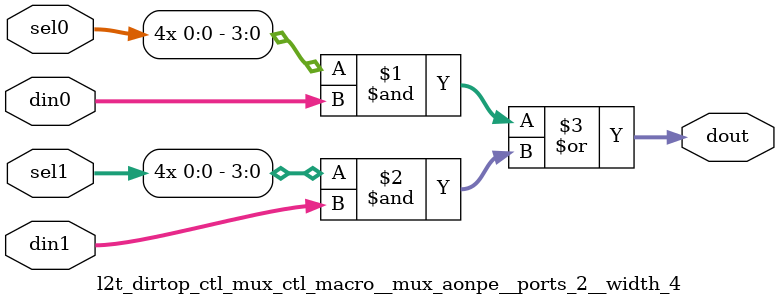
<source format=v>
module l2t_dirtop_ctl (
  l2clk, 
  scan_in, 
  scan_out, 
  tcu_pce_ov, 
  tcu_aclk, 
  tcu_bclk, 
  tcu_scan_en, 
  dir_rd_data_en_c4, 
  dir_wr_data_en_c4, 
  dir_cam_en_c4, 
  dir_rw_entry_c4, 
  dir_inval_mask_c4, 
  dir_warm_rst_c4, 
  dirlbf_lkup_wr_data_c4_buf, 
  dirlbf_force_hit_c4, 
  arb_force_hit_c4, 
  select_panel0, 
  select_panel1, 
  select_panel2, 
  select_panel3, 
  l2t_mb0_run, 
  l2t_mb0_mask, 
  l2t_mb0_addr, 
  l2t_mb0_row_panel_en, 
  l2t_mb0_row_row_en, 
  l2t_mb0_row_lookup_en, 
  l2t_mb0_lookup_wdata, 
  l2t_mb0_row_wr_en, 
  l2t_mb0_row_rd_en, 
  ic_dc_dir, 
  arbadr_arbdp_addr4_c4, 
  dirrep_rd_en_c4, 
  dirrep_wr_en_c4, 
  addr_index_bit5, 
  dirrep_inval_mask_c4, 
  dirrep_rdwr_row_en_c4, 
  dirrep_lkup_row_dec_c4, 
  dirrep_lkup_panel_dec_c4, 
  dirrep_rdwr_panel_dec_c4, 
  dirrep_rw_entry_c4, 
  lkup_wr_data_c4, 
  dir_clear_c4);
wire pce_ov;
wire stop;
wire siclk;
wire soclk;
wire se;
wire l1clk;
wire ic_ctl_0145_scanin;
wire ic_ctl_0145_scanout;
wire [3:0] ic_lkup_en_c4_buf_row0;
wire [7:0] ic_inv_mask_c4_buf_row0;
wire [3:0] ic_rw_dec_c4_buf_row0;
wire ic_rd_en_c4_buf_row0;
wire ic_wr_en_c4_buf_row0;
wire [5:0] ic_rw_entry_c4_buf_row0;
wire ic_dir_clear_c4_buf_row0;
wire ic_buf_row0_scanin;
wire ic_buf_row0_scanout;


input           l2clk;
input           scan_in;
output          scan_out;

input 		tcu_pce_ov;
input 		tcu_aclk;
input 		tcu_bclk;
input 		tcu_scan_en;

output	[3:0]	dir_rd_data_en_c4;
output	[3:0]   dir_wr_data_en_c4;
output	[3:0]   dir_cam_en_c4;
output	[5:0]   dir_rw_entry_c4;
output	[7:0]   dir_inval_mask_c4;
output		dir_warm_rst_c4;
output	[15:0]	dirlbf_lkup_wr_data_c4_buf;
output		dirlbf_force_hit_c4;
input		arb_force_hit_c4;

output		select_panel0;
output		select_panel1;
output		select_panel2;
output		select_panel3;


input           l2t_mb0_run;
input   [7:0]   l2t_mb0_mask;
input   [5:0]   l2t_mb0_addr;
input   [3:0]   l2t_mb0_row_panel_en;
input      	l2t_mb0_row_row_en;
input   [3:0]   l2t_mb0_row_lookup_en;
input   [15:0]  l2t_mb0_lookup_wdata;
input           l2t_mb0_row_wr_en;
input           l2t_mb0_row_rd_en;


input		ic_dc_dir;
input		arbadr_arbdp_addr4_c4;
input		dirrep_rd_en_c4;
input		dirrep_wr_en_c4;
input		addr_index_bit5;
input	[7:0]	dirrep_inval_mask_c4;
input	[1:0]	dirrep_rdwr_row_en_c4;
input	[1:0]	dirrep_lkup_row_dec_c4;
input	[3:0]	dirrep_lkup_panel_dec_c4;
input	[3:0]	dirrep_rdwr_panel_dec_c4;
input	[5:0]	dirrep_rw_entry_c4;
input	[14:0]	lkup_wr_data_c4;
input		dir_clear_c4;


//////////////////////////////////////////////////
// L1 clk header
//////////////////////////////////////////////////
assign pce_ov = tcu_pce_ov;
assign stop = 1'b0;
assign siclk = tcu_aclk;
assign soclk = tcu_bclk;
assign se = tcu_scan_en;

l2t_dirtop_ctl_l1clkhdr_ctl_macro clkgen (
        .l2clk(l2clk),
        .l1en(1'b1 ),
        .l1clk(l1clk),
  .pce_ov(pce_ov),
  .stop(stop),
  .se(se));

//////////////////////////////////////////

l2t_dir_ctl     dir_ctl_0145( 
        .aclk(siclk),
        .bclk(soclk),
        .scan_in(ic_ctl_0145_scanin),
        .scan_out(ic_ctl_0145_scanout),
        .l1clk    (l1clk), 
        // Outputs 
        .dir_rd_data_en_c4(dir_rd_data_en_c4[3:0]), // to cam
        .dir_wr_data_en_c4(dir_wr_data_en_c4[3:0]),// to cam
        .dir_cam_en_c4    (dir_cam_en_c4[3:0]),// to cam
        .dir_rw_entry_c4  (dir_rw_entry_c4[5:0]),// to cam
        .dir_inval_mask_c4(dir_inval_mask_c4[7:0]),// to cam
        .dir_warm_rst_c4  (dir_warm_rst_c4),    // to cam
        .select_panel0(select_panel0),	// to dirout
        .select_panel1(select_panel1),// to dirout
        .select_panel2(select_panel2),// to dirout
        .select_panel3(select_panel3),// to dirout
        // Inputs 
        .dirlbf_lkup_en_c4_buf(ic_lkup_en_c4_buf_row0[3:0]),
        .dirlbf_inval_mask_c4_buf(ic_inv_mask_c4_buf_row0[7:0]),
        .dirlbf_rw_dec_c4_buf(ic_rw_dec_c4_buf_row0[3:0]),
        .dirlbf_rd_en_c4_buf (ic_rd_en_c4_buf_row0), 
        .dirlbf_wr_en_c4_buf (ic_wr_en_c4_buf_row0),
        .dirlbf_rw_entry_c4_buf(ic_rw_entry_c4_buf_row0[5:0]), 
        .dirlbf_dir_clear_c4_buf(ic_dir_clear_c4_buf_row0),
  .l2t_mb0_run(l2t_mb0_run));


//l2t_dirlbf_dp   ic_buf_row0     ( 
l2t_dirbuf_ctl   buf_row0     ( 
          // Outputs 
           .dirlbf_lkup_wr_data_c4_buf(dirlbf_lkup_wr_data_c4_buf[15:0]),
           .dirlbf_lkup_en_c4_buf(ic_lkup_en_c4_buf_row0[3:0]),
           .dirlbf_inval_mask_c4_buf(ic_inv_mask_c4_buf_row0[7:0]),
           .dirlbf_rw_dec_c4_buf(ic_rw_dec_c4_buf_row0[3:0]), 
           .dirlbf_rd_en_c4_buf(ic_rd_en_c4_buf_row0), 
           .dirlbf_wr_en_c4_buf(ic_wr_en_c4_buf_row0), 
           .dirlbf_rw_entry_c4_buf(ic_rw_entry_c4_buf_row0[5:0]), 
           .dirlbf_dir_clear_c4_buf(ic_dir_clear_c4_buf_row0),   
           .dirlbf_force_hit_c4 (dirlbf_force_hit_c4),
          // Inputs 
        	.aclk(siclk),
        	.bclk(soclk),
        	.scan_in(ic_buf_row0_scanin),
        	.scan_out(ic_buf_row0_scanout),
        	.l1clk    (l1clk),
           .l2t_mb0_run                 (l2t_mb0_run),
           .l2t_mb0_mask                (l2t_mb0_mask[7:0]),
           .l2t_mb0_addr                (l2t_mb0_addr[5:0]),
           .l2t_mb0_lookup_wdata         (l2t_mb0_lookup_wdata[15:0]),
           .l2t_mb0_row_wr_en            (l2t_mb0_row_wr_en),
           .l2t_mb0_row_rd_en            (l2t_mb0_row_rd_en),
           .l2t_mb0_row_lookup_en        (l2t_mb0_row_lookup_en[3:0]),
           .l2t_mb0_row_row_en           (l2t_mb0_row_row_en),
           .l2t_mb0_row_panel_en         (l2t_mb0_row_panel_en[3:0]),
          .arb_force_hit_c4 	(arb_force_hit_c4),
          .ic_dc_dir (ic_dc_dir),
          .arbadr_arbdp_addr4_c4 (arbadr_arbdp_addr4_c4),
          .rd_en_c4  (dirrep_rd_en_c4),           
          .wr_en_c4  (dirrep_wr_en_c4),           
          .addr_index_bit5  (addr_index_bit5),           
          .dir_inval_mask_c4(dirrep_inval_mask_c4[7:0]), 
          .rw_row_en_c4(dirrep_rdwr_row_en_c4[1:0]), 
          .rw_panel_en_c4(dirrep_rdwr_panel_dec_c4[3:0]), 
          .dir_rw_entry_c4(dirrep_rw_entry_c4[5:0]),
          .lkup_row_en_c4(dirrep_lkup_row_dec_c4[1:0]), 
          .lkup_panel_en_c4(dirrep_lkup_panel_dec_c4[3:0]), 
          .lkup_wr_data_c4(lkup_wr_data_c4[14:0]),
          .dir_clear_c4(dir_clear_c4)
	);     

// fixscan start:
assign ic_ctl_0145_scanin        = scan_in                  ;
assign ic_buf_row0_scanin        = ic_ctl_0145_scanout      ;
assign scan_out                  = ic_buf_row0_scanout      ;
// fixscan end:
endmodule






// any PARAMS parms go into naming of macro

module l2t_dirtop_ctl_l1clkhdr_ctl_macro (
  l2clk, 
  l1en, 
  pce_ov, 
  stop, 
  se, 
  l1clk);


  input l2clk;
  input l1en;
  input pce_ov;
  input stop;
  input se;
  output l1clk;



 

cl_sc1_l1hdr_8x c_0 (


   .l2clk(l2clk),
   .pce(l1en),
   .l1clk(l1clk),
  .se(se),
  .pce_ov(pce_ov),
  .stop(stop)
);



endmodule






//  Description:        Spare gate macro for control blocks
//
//  Param num controls the number of times the macro is added
//  flops=0 can be used to use only combination spare logic


module l2t_dirtop_ctl_spare_ctl_macro__num_4 (
  l1clk, 
  scan_in, 
  siclk, 
  soclk, 
  scan_out);
wire si_0;
wire so_0;
wire spare0_flop_unused;
wire spare0_buf_32x_unused;
wire spare0_nand3_8x_unused;
wire spare0_inv_8x_unused;
wire spare0_aoi22_4x_unused;
wire spare0_buf_8x_unused;
wire spare0_oai22_4x_unused;
wire spare0_inv_16x_unused;
wire spare0_nand2_16x_unused;
wire spare0_nor3_4x_unused;
wire spare0_nand2_8x_unused;
wire spare0_buf_16x_unused;
wire spare0_nor2_16x_unused;
wire spare0_inv_32x_unused;
wire si_1;
wire so_1;
wire spare1_flop_unused;
wire spare1_buf_32x_unused;
wire spare1_nand3_8x_unused;
wire spare1_inv_8x_unused;
wire spare1_aoi22_4x_unused;
wire spare1_buf_8x_unused;
wire spare1_oai22_4x_unused;
wire spare1_inv_16x_unused;
wire spare1_nand2_16x_unused;
wire spare1_nor3_4x_unused;
wire spare1_nand2_8x_unused;
wire spare1_buf_16x_unused;
wire spare1_nor2_16x_unused;
wire spare1_inv_32x_unused;
wire si_2;
wire so_2;
wire spare2_flop_unused;
wire spare2_buf_32x_unused;
wire spare2_nand3_8x_unused;
wire spare2_inv_8x_unused;
wire spare2_aoi22_4x_unused;
wire spare2_buf_8x_unused;
wire spare2_oai22_4x_unused;
wire spare2_inv_16x_unused;
wire spare2_nand2_16x_unused;
wire spare2_nor3_4x_unused;
wire spare2_nand2_8x_unused;
wire spare2_buf_16x_unused;
wire spare2_nor2_16x_unused;
wire spare2_inv_32x_unused;
wire si_3;
wire so_3;
wire spare3_flop_unused;
wire spare3_buf_32x_unused;
wire spare3_nand3_8x_unused;
wire spare3_inv_8x_unused;
wire spare3_aoi22_4x_unused;
wire spare3_buf_8x_unused;
wire spare3_oai22_4x_unused;
wire spare3_inv_16x_unused;
wire spare3_nand2_16x_unused;
wire spare3_nor3_4x_unused;
wire spare3_nand2_8x_unused;
wire spare3_buf_16x_unused;
wire spare3_nor2_16x_unused;
wire spare3_inv_32x_unused;


input		l1clk;
input		scan_in;
input		siclk;
input		soclk;
output		scan_out;

cl_sc1_msff_8x spare0_flop (.l1clk(l1clk),
                               .siclk(siclk),
                               .soclk(soclk),
                               .si(si_0),
                               .so(so_0),
                               .d(1'b0),
                               .q(spare0_flop_unused));
assign si_0 = scan_in;

cl_u1_buf_32x   spare0_buf_32x (.in(1'b1),
                                   .out(spare0_buf_32x_unused));
cl_u1_nand3_8x spare0_nand3_8x (.in0(1'b1),
                                   .in1(1'b1),
                                   .in2(1'b1),
                                   .out(spare0_nand3_8x_unused));
cl_u1_inv_8x    spare0_inv_8x (.in(1'b1),
                                  .out(spare0_inv_8x_unused));
cl_u1_aoi22_4x spare0_aoi22_4x (.in00(1'b1),
                                   .in01(1'b1),
                                   .in10(1'b1),
                                   .in11(1'b1),
                                   .out(spare0_aoi22_4x_unused));
cl_u1_buf_8x    spare0_buf_8x (.in(1'b1),
                                  .out(spare0_buf_8x_unused));
cl_u1_oai22_4x spare0_oai22_4x (.in00(1'b1),
                                   .in01(1'b1),
                                   .in10(1'b1),
                                   .in11(1'b1),
                                   .out(spare0_oai22_4x_unused));
cl_u1_inv_16x   spare0_inv_16x (.in(1'b1),
                                   .out(spare0_inv_16x_unused));
cl_u1_nand2_16x spare0_nand2_16x (.in0(1'b1),
                                     .in1(1'b1),
                                     .out(spare0_nand2_16x_unused));
cl_u1_nor3_4x spare0_nor3_4x (.in0(1'b0),
                                 .in1(1'b0),
                                 .in2(1'b0),
                                 .out(spare0_nor3_4x_unused));
cl_u1_nand2_8x spare0_nand2_8x (.in0(1'b1),
                                   .in1(1'b1),
                                   .out(spare0_nand2_8x_unused));
cl_u1_buf_16x   spare0_buf_16x (.in(1'b1),
                                   .out(spare0_buf_16x_unused));
cl_u1_nor2_16x spare0_nor2_16x (.in0(1'b0),
                                   .in1(1'b0),
                                   .out(spare0_nor2_16x_unused));
cl_u1_inv_32x   spare0_inv_32x (.in(1'b1),
                                   .out(spare0_inv_32x_unused));

cl_sc1_msff_8x spare1_flop (.l1clk(l1clk),
                               .siclk(siclk),
                               .soclk(soclk),
                               .si(si_1),
                               .so(so_1),
                               .d(1'b0),
                               .q(spare1_flop_unused));
assign si_1 = so_0;

cl_u1_buf_32x   spare1_buf_32x (.in(1'b1),
                                   .out(spare1_buf_32x_unused));
cl_u1_nand3_8x spare1_nand3_8x (.in0(1'b1),
                                   .in1(1'b1),
                                   .in2(1'b1),
                                   .out(spare1_nand3_8x_unused));
cl_u1_inv_8x    spare1_inv_8x (.in(1'b1),
                                  .out(spare1_inv_8x_unused));
cl_u1_aoi22_4x spare1_aoi22_4x (.in00(1'b1),
                                   .in01(1'b1),
                                   .in10(1'b1),
                                   .in11(1'b1),
                                   .out(spare1_aoi22_4x_unused));
cl_u1_buf_8x    spare1_buf_8x (.in(1'b1),
                                  .out(spare1_buf_8x_unused));
cl_u1_oai22_4x spare1_oai22_4x (.in00(1'b1),
                                   .in01(1'b1),
                                   .in10(1'b1),
                                   .in11(1'b1),
                                   .out(spare1_oai22_4x_unused));
cl_u1_inv_16x   spare1_inv_16x (.in(1'b1),
                                   .out(spare1_inv_16x_unused));
cl_u1_nand2_16x spare1_nand2_16x (.in0(1'b1),
                                     .in1(1'b1),
                                     .out(spare1_nand2_16x_unused));
cl_u1_nor3_4x spare1_nor3_4x (.in0(1'b0),
                                 .in1(1'b0),
                                 .in2(1'b0),
                                 .out(spare1_nor3_4x_unused));
cl_u1_nand2_8x spare1_nand2_8x (.in0(1'b1),
                                   .in1(1'b1),
                                   .out(spare1_nand2_8x_unused));
cl_u1_buf_16x   spare1_buf_16x (.in(1'b1),
                                   .out(spare1_buf_16x_unused));
cl_u1_nor2_16x spare1_nor2_16x (.in0(1'b0),
                                   .in1(1'b0),
                                   .out(spare1_nor2_16x_unused));
cl_u1_inv_32x   spare1_inv_32x (.in(1'b1),
                                   .out(spare1_inv_32x_unused));

cl_sc1_msff_8x spare2_flop (.l1clk(l1clk),
                               .siclk(siclk),
                               .soclk(soclk),
                               .si(si_2),
                               .so(so_2),
                               .d(1'b0),
                               .q(spare2_flop_unused));
assign si_2 = so_1;

cl_u1_buf_32x   spare2_buf_32x (.in(1'b1),
                                   .out(spare2_buf_32x_unused));
cl_u1_nand3_8x spare2_nand3_8x (.in0(1'b1),
                                   .in1(1'b1),
                                   .in2(1'b1),
                                   .out(spare2_nand3_8x_unused));
cl_u1_inv_8x    spare2_inv_8x (.in(1'b1),
                                  .out(spare2_inv_8x_unused));
cl_u1_aoi22_4x spare2_aoi22_4x (.in00(1'b1),
                                   .in01(1'b1),
                                   .in10(1'b1),
                                   .in11(1'b1),
                                   .out(spare2_aoi22_4x_unused));
cl_u1_buf_8x    spare2_buf_8x (.in(1'b1),
                                  .out(spare2_buf_8x_unused));
cl_u1_oai22_4x spare2_oai22_4x (.in00(1'b1),
                                   .in01(1'b1),
                                   .in10(1'b1),
                                   .in11(1'b1),
                                   .out(spare2_oai22_4x_unused));
cl_u1_inv_16x   spare2_inv_16x (.in(1'b1),
                                   .out(spare2_inv_16x_unused));
cl_u1_nand2_16x spare2_nand2_16x (.in0(1'b1),
                                     .in1(1'b1),
                                     .out(spare2_nand2_16x_unused));
cl_u1_nor3_4x spare2_nor3_4x (.in0(1'b0),
                                 .in1(1'b0),
                                 .in2(1'b0),
                                 .out(spare2_nor3_4x_unused));
cl_u1_nand2_8x spare2_nand2_8x (.in0(1'b1),
                                   .in1(1'b1),
                                   .out(spare2_nand2_8x_unused));
cl_u1_buf_16x   spare2_buf_16x (.in(1'b1),
                                   .out(spare2_buf_16x_unused));
cl_u1_nor2_16x spare2_nor2_16x (.in0(1'b0),
                                   .in1(1'b0),
                                   .out(spare2_nor2_16x_unused));
cl_u1_inv_32x   spare2_inv_32x (.in(1'b1),
                                   .out(spare2_inv_32x_unused));

cl_sc1_msff_8x spare3_flop (.l1clk(l1clk),
                               .siclk(siclk),
                               .soclk(soclk),
                               .si(si_3),
                               .so(so_3),
                               .d(1'b0),
                               .q(spare3_flop_unused));
assign si_3 = so_2;

cl_u1_buf_32x   spare3_buf_32x (.in(1'b1),
                                   .out(spare3_buf_32x_unused));
cl_u1_nand3_8x spare3_nand3_8x (.in0(1'b1),
                                   .in1(1'b1),
                                   .in2(1'b1),
                                   .out(spare3_nand3_8x_unused));
cl_u1_inv_8x    spare3_inv_8x (.in(1'b1),
                                  .out(spare3_inv_8x_unused));
cl_u1_aoi22_4x spare3_aoi22_4x (.in00(1'b1),
                                   .in01(1'b1),
                                   .in10(1'b1),
                                   .in11(1'b1),
                                   .out(spare3_aoi22_4x_unused));
cl_u1_buf_8x    spare3_buf_8x (.in(1'b1),
                                  .out(spare3_buf_8x_unused));
cl_u1_oai22_4x spare3_oai22_4x (.in00(1'b1),
                                   .in01(1'b1),
                                   .in10(1'b1),
                                   .in11(1'b1),
                                   .out(spare3_oai22_4x_unused));
cl_u1_inv_16x   spare3_inv_16x (.in(1'b1),
                                   .out(spare3_inv_16x_unused));
cl_u1_nand2_16x spare3_nand2_16x (.in0(1'b1),
                                     .in1(1'b1),
                                     .out(spare3_nand2_16x_unused));
cl_u1_nor3_4x spare3_nor3_4x (.in0(1'b0),
                                 .in1(1'b0),
                                 .in2(1'b0),
                                 .out(spare3_nor3_4x_unused));
cl_u1_nand2_8x spare3_nand2_8x (.in0(1'b1),
                                   .in1(1'b1),
                                   .out(spare3_nand2_8x_unused));
cl_u1_buf_16x   spare3_buf_16x (.in(1'b1),
                                   .out(spare3_buf_16x_unused));
cl_u1_nor2_16x spare3_nor2_16x (.in0(1'b0),
                                   .in1(1'b0),
                                   .out(spare3_nor2_16x_unused));
cl_u1_inv_32x   spare3_inv_32x (.in(1'b1),
                                   .out(spare3_inv_32x_unused));
assign scan_out = so_3;



endmodule






// any PARAMS parms go into naming of macro

module l2t_dirtop_ctl_msff_ctl_macro__width_3 (
  din, 
  l1clk, 
  scan_in, 
  siclk, 
  soclk, 
  dout, 
  scan_out);
wire [2:0] fdin;
wire [1:0] so;

  input [2:0] din;
  input l1clk;
  input scan_in;


  input siclk;
  input soclk;

  output [2:0] dout;
  output scan_out;
assign fdin[2:0] = din[2:0];






dff #(3)  d0_0 (
.l1clk(l1clk),
.siclk(siclk),
.soclk(soclk),
.d(fdin[2:0]),
.si({scan_in,so[1:0]}),
.so({so[1:0],scan_out}),
.q(dout[2:0])
);












endmodule













// any PARAMS parms go into naming of macro

module l2t_dirtop_ctl_msff_ctl_macro__width_2 (
  din, 
  l1clk, 
  scan_in, 
  siclk, 
  soclk, 
  dout, 
  scan_out);
wire [1:0] fdin;
wire [0:0] so;

  input [1:0] din;
  input l1clk;
  input scan_in;


  input siclk;
  input soclk;

  output [1:0] dout;
  output scan_out;
assign fdin[1:0] = din[1:0];






dff #(2)  d0_0 (
.l1clk(l1clk),
.siclk(siclk),
.soclk(soclk),
.d(fdin[1:0]),
.si({scan_in,so[0:0]}),
.so({so[0:0],scan_out}),
.q(dout[1:0])
);












endmodule













// any PARAMS parms go into naming of macro

module l2t_dirtop_ctl_msff_ctl_macro__width_4 (
  din, 
  l1clk, 
  scan_in, 
  siclk, 
  soclk, 
  dout, 
  scan_out);
wire [3:0] fdin;
wire [2:0] so;

  input [3:0] din;
  input l1clk;
  input scan_in;


  input siclk;
  input soclk;

  output [3:0] dout;
  output scan_out;
assign fdin[3:0] = din[3:0];






dff #(4)  d0_0 (
.l1clk(l1clk),
.siclk(siclk),
.soclk(soclk),
.d(fdin[3:0]),
.si({scan_in,so[2:0]}),
.so({so[2:0],scan_out}),
.q(dout[3:0])
);












endmodule





// any PARAMS parms go into naming of macro

module l2t_dirtop_ctl_msff_ctl_macro__width_1 (
  din, 
  l1clk, 
  scan_in, 
  siclk, 
  soclk, 
  dout, 
  scan_out);
wire [0:0] fdin;

  input [0:0] din;
  input l1clk;
  input scan_in;


  input siclk;
  input soclk;

  output [0:0] dout;
  output scan_out;
assign fdin[0:0] = din[0:0];






dff #(1)  d0_0 (
.l1clk(l1clk),
.siclk(siclk),
.soclk(soclk),
.d(fdin[0:0]),
.si(scan_in),
.so(scan_out),
.q(dout[0:0])
);












endmodule









// general mux macro for pass-gate and and-or muxes with/wout priority encoders
// also for pass-gate with decoder





// any PARAMS parms go into naming of macro

module l2t_dirtop_ctl_mux_ctl_macro__mux_aonpe__ports_2__width_2 (
  din0, 
  sel0, 
  din1, 
  sel1, 
  dout);
  input [1:0] din0;
  input sel0;
  input [1:0] din1;
  input sel1;
  output [1:0] dout;





assign dout[1:0] = ( {2{sel0}} & din0[1:0] ) |
                       ( {2{sel1}} & din1[1:0]);





endmodule


// general mux macro for pass-gate and and-or muxes with/wout priority encoders
// also for pass-gate with decoder





// any PARAMS parms go into naming of macro

module l2t_dirtop_ctl_mux_ctl_macro__mux_aonpe__ports_2__width_8 (
  din0, 
  sel0, 
  din1, 
  sel1, 
  dout);
  input [7:0] din0;
  input sel0;
  input [7:0] din1;
  input sel1;
  output [7:0] dout;





assign dout[7:0] = ( {8{sel0}} & din0[7:0] ) |
                       ( {8{sel1}} & din1[7:0]);





endmodule


// general mux macro for pass-gate and and-or muxes with/wout priority encoders
// also for pass-gate with decoder





// any PARAMS parms go into naming of macro

module l2t_dirtop_ctl_mux_ctl_macro__mux_aonpe__ports_2__width_6 (
  din0, 
  sel0, 
  din1, 
  sel1, 
  dout);
  input [5:0] din0;
  input sel0;
  input [5:0] din1;
  input sel1;
  output [5:0] dout;





assign dout[5:0] = ( {6{sel0}} & din0[5:0] ) |
                       ( {6{sel1}} & din1[5:0]);





endmodule


// general mux macro for pass-gate and and-or muxes with/wout priority encoders
// also for pass-gate with decoder





// any PARAMS parms go into naming of macro

module l2t_dirtop_ctl_mux_ctl_macro__mux_aonpe__ports_2__width_16 (
  din0, 
  sel0, 
  din1, 
  sel1, 
  dout);
  input [15:0] din0;
  input sel0;
  input [15:0] din1;
  input sel1;
  output [15:0] dout;





assign dout[15:0] = ( {16{sel0}} & din0[15:0] ) |
                       ( {16{sel1}} & din1[15:0]);





endmodule


// general mux macro for pass-gate and and-or muxes with/wout priority encoders
// also for pass-gate with decoder





// any PARAMS parms go into naming of macro

module l2t_dirtop_ctl_mux_ctl_macro__mux_aonpe__ports_2__width_4 (
  din0, 
  sel0, 
  din1, 
  sel1, 
  dout);
  input [3:0] din0;
  input sel0;
  input [3:0] din1;
  input sel1;
  output [3:0] dout;





assign dout[3:0] = ( {4{sel0}} & din0[3:0] ) |
                       ( {4{sel1}} & din1[3:0]);





endmodule


</source>
